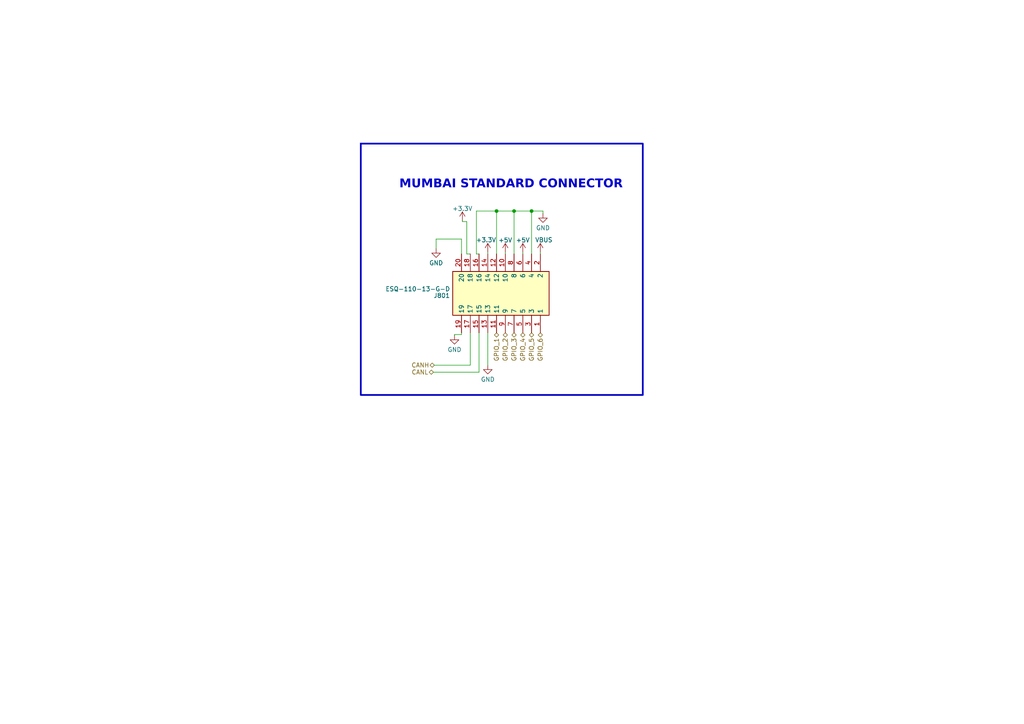
<source format=kicad_sch>
(kicad_sch (version 20230121) (generator eeschema)
  (paper "A4")
  (lib_symbols
    (symbol "SamacSys_Parts:ESQ-110-13-G-D"
      (property "Reference" "J" (at 19.05 7.62 0))
      (property "Value" "ESQ-110-13-G-D" (at 19.05 5.08 0))
      (symbol "ESQ-110-13-G-D_1_1"
        (rectangle (start 5.08 2.54) (end 17.78 -25.4) (stroke (width 0.254)) (fill (type background)))
        (pin passive line (at 0 -22.86 0) (length 5.08) (name "1") (number "1"))
        (pin passive line (at 22.86 -12.7 180) (length 5.08) (name "10") (number "10"))
        (pin passive line (at 0 -10.16 0) (length 5.08) (name "11") (number "11"))
        (pin passive line (at 22.86 -10.16 180) (length 5.08) (name "12") (number "12"))
        (pin passive line (at 0 -7.62 0) (length 5.08) (name "13") (number "13"))
        (pin passive line (at 22.86 -7.62 180) (length 5.08) (name "14") (number "14"))
        (pin passive line (at 0 -5.08 0) (length 5.08) (name "15") (number "15"))
        (pin passive line (at 22.86 -5.08 180) (length 5.08) (name "16") (number "16"))
        (pin passive line (at 0 -2.54 0) (length 5.08) (name "17") (number "17"))
        (pin passive line (at 22.86 -2.54 180) (length 5.08) (name "18") (number "18"))
        (pin passive line (at 0 0 0) (length 5.08) (name "19") (number "19"))
        (pin passive line (at 22.86 -22.86 180) (length 5.08) (name "2") (number "2"))
        (pin passive line (at 22.86 0 180) (length 5.08) (name "20") (number "20"))
        (pin passive line (at 0 -20.32 0) (length 5.08) (name "3") (number "3"))
        (pin passive line (at 22.86 -20.32 180) (length 5.08) (name "4") (number "4"))
        (pin passive line (at 0 -17.78 0) (length 5.08) (name "5") (number "5"))
        (pin passive line (at 22.86 -17.78 180) (length 5.08) (name "6") (number "6"))
        (pin passive line (at 0 -15.24 0) (length 5.08) (name "7") (number "7"))
        (pin passive line (at 22.86 -15.24 180) (length 5.08) (name "8") (number "8"))
        (pin passive line (at 0 -12.7 0) (length 5.08) (name "9") (number "9"))
      )
    )
    (symbol "power:+3.3V" (power) (pin_names (offset 0))
      (property "Value" "+3.3V" (at 0 3.556 0))
      (symbol "+3.3V_0_1"
        (polyline (pts (xy -0.762 1.27) (xy 0 2.54)))
        (polyline (pts (xy 0 0) (xy 0 2.54)))
        (polyline (pts (xy 0 2.54) (xy 0.762 1.27)))
      )
      (symbol "+3.3V_1_1"
        (pin power_in line (at 0 0 90) (length 0) hide (name "+3.3V") (number "1"))
      )
    )
    (symbol "power:+5V" (power) (pin_names (offset 0))
      (property "Value" "+5V" (at 0 3.556 0))
      (symbol "+5V_0_1"
        (polyline (pts (xy -0.762 1.27) (xy 0 2.54)))
        (polyline (pts (xy 0 0) (xy 0 2.54)))
        (polyline (pts (xy 0 2.54) (xy 0.762 1.27)))
      )
      (symbol "+5V_1_1"
        (pin power_in line (at 0 0 90) (length 0) hide (name "+5V") (number "1"))
      )
    )
    (symbol "power:GND" (power) (pin_names (offset 0))
      (property "Value" "GND" (at 0 -3.81 0))
      (symbol "GND_0_1"
        (polyline (pts (xy 0 0) (xy 0 -1.27) (xy 1.27 -1.27) (xy 0 -2.54) (xy -1.27 -1.27) (xy 0 -1.27)))
      )
      (symbol "GND_1_1"
        (pin power_in line (at 0 0 270) (length 0) hide (name "GND") (number "1"))
      )
    )
    (symbol "power:VBUS" (power) (pin_names (offset 0))
      (property "Value" "VBUS" (at 0 3.81 0))
      (symbol "VBUS_0_1"
        (polyline (pts (xy -0.762 1.27) (xy 0 2.54)))
        (polyline (pts (xy 0 0) (xy 0 2.54)))
        (polyline (pts (xy 0 2.54) (xy 0.762 1.27)))
      )
      (symbol "VBUS_1_1"
        (pin power_in line (at 0 0 90) (length 0) hide (name "VBUS") (number "1"))
      )
    )
  )
  (junction (at 144.018 61.214))
  (junction (at 154.178 61.214))
  (junction (at 149.098 61.214))
  (wire (pts (xy 154.178 61.214) (xy 157.48 61.214)))
  (wire (pts (xy 154.178 61.214) (xy 154.178 73.66)))
  (wire (pts (xy 144.018 61.214) (xy 144.018 73.66)))
  (wire (pts (xy 136.398 105.918) (xy 136.398 96.52)))
  (wire (pts (xy 141.478 105.918) (xy 141.478 96.52)))
  (wire (pts (xy 149.098 61.214) (xy 154.178 61.214)))
  (wire (pts (xy 144.018 61.214) (xy 149.098 61.214)))
  (wire (pts (xy 133.858 73.66) (xy 133.858 69.342)))
  (wire (pts (xy 141.478 73.152) (xy 141.478 73.66)))
  (wire (pts (xy 138.176 73.66) (xy 138.938 73.66)))
  (wire (pts (xy 125.73 107.95) (xy 138.938 107.95)))
  (wire (pts (xy 135.382 73.66) (xy 136.398 73.66)))
  (wire (pts (xy 131.826 97.028) (xy 131.826 97.282)))
  (wire (pts (xy 134.112 64.008) (xy 134.112 64.262)))
  (wire (pts (xy 135.382 64.262) (xy 135.382 73.66)))
  (wire (pts (xy 133.858 69.342) (xy 126.492 69.342)))
  (wire (pts (xy 156.718 73.152) (xy 156.718 73.66)))
  (wire (pts (xy 126.492 69.342) (xy 126.492 72.136)))
  (wire (pts (xy 157.48 61.214) (xy 157.48 61.976)))
  (wire (pts (xy 151.638 73.152) (xy 151.638 73.66)))
  (wire (pts (xy 138.938 107.95) (xy 138.938 96.52)))
  (wire (pts (xy 134.112 64.262) (xy 135.382 64.262)))
  (wire (pts (xy 138.176 73.66) (xy 138.176 61.214)))
  (wire (pts (xy 131.826 97.028) (xy 133.858 97.028)))
  (wire (pts (xy 138.176 61.214) (xy 144.018 61.214)))
  (wire (pts (xy 133.858 97.028) (xy 133.858 96.52)))
  (wire (pts (xy 146.558 73.152) (xy 146.558 73.66)))
  (wire (pts (xy 125.984 105.918) (xy 136.398 105.918)))
  (wire (pts (xy 149.098 61.214) (xy 149.098 73.66)))
  (rectangle (start 104.648 41.656) (end 186.436 114.554) (stroke (width 0.5)))
  (text "MUMBAI STANDARD CONNECTOR" (at 115.824 55.626 0) (effects (font (size 2.5 2.5) (thickness 0.5) bold) (justify left bottom)))
  (hierarchical_label "GPIO_4" (shape bidirectional) (at 151.638 96.52 270))
  (hierarchical_label "CANH" (shape bidirectional) (at 125.984 105.918 180))
  (hierarchical_label "GPIO_1" (shape bidirectional) (at 144.018 96.52 270))
  (hierarchical_label "GPIO_5" (shape bidirectional) (at 154.178 96.52 270))
  (hierarchical_label "CANL" (shape bidirectional) (at 125.73 107.95 180))
  (hierarchical_label "GPIO_2" (shape bidirectional) (at 146.558 96.52 270))
  (hierarchical_label "GPIO_6" (shape bidirectional) (at 156.718 96.52 270))
  (hierarchical_label "GPIO_3" (shape bidirectional) (at 149.098 96.52 270))
  (symbol (lib_id "power:+5V") (at 151.638 73.152 0) (unit 1)
    (property "Reference" "#PWR0806" (effects hide))
    (property "Value" "+5V" (at 151.638 69.6501 0))
    (instances (project "RF" (path "" (reference "#PWR0806") (unit 1))) (project "avionics_flight_computer" (path "" (reference "#PWR033") (unit 1))))
  )
  (symbol (lib_id "power:GND") (at 141.478 105.918 0) (unit 1)
    (property "Reference" "#PWR0809" (effects hide))
    (property "Value" "GND" (at 141.478 110.0535 0))
    (instances (project "RF" (path "" (reference "#PWR0809") (unit 1))) (project "avionics_flight_computer" (path "" (reference "#PWR031") (unit 1))))
  )
  (symbol (lib_id "SamacSys_Parts:ESQ-110-13-G-D") (at 133.858 96.52 90) (unit 1)
    (property "Reference" "J801" (at 130.556 85.7337 90) (effects (justify left)))
    (property "Value" "ESQ-110-13-G-D" (at 130.556 83.8127 90) (effects (justify left)))
    (property "Footprint" "SamacSys_Parts:ESQ-110-Y-X-D" (effects hide))
    (property "Datasheet" "http://suddendocs.samtec.com/prints/esq-1xx-xx-x-x-xxx-xx-x-xx-mkt.pdf" (effects hide))
    (property "Manufacturer_Name" "SAMTEC" (effects hide))
    (property "Manufacturer_Part_Number" "ESQ-110-13-G-D" (effects hide))
    (property "Mouser Part Number" "200-ESQ11013GD" (effects hide))
    (property "Mouser Price/Stock" "https://www.mouser.com/Search/Refine.aspx?Keyword=200-ESQ11013GD" (effects hide))
    (instances (project "RF" (path "" (reference "J801") (unit 1))) (project "avionics_flight_computer" (path "" (reference "J4") (unit 1))))
  )
  (symbol (lib_id "power:+3.3V") (at 134.112 64.008 0) (unit 1)
    (property "Reference" "#PWR0802" (effects hide))
    (property "Value" "+3.3V" (at 134.112 60.5061 0))
    (instances (project "RF" (path "" (reference "#PWR0802") (unit 1))) (project "avionics_flight_computer" (path "" (reference "#PWR029") (unit 1))))
  )
  (symbol (lib_id "power:GND") (at 126.492 72.136 0) (unit 1)
    (property "Reference" "#PWR0801" (effects hide))
    (property "Value" "GND" (at 126.492 76.2715 0))
    (instances (project "RF" (path "" (reference "#PWR0801") (unit 1))) (project "avionics_flight_computer" (path "" (reference "#PWR027") (unit 1))))
  )
  (symbol (lib_id "power:VBUS") (at 156.718 73.152 0) (unit 1)
    (property "Reference" "#PWR0807" (effects hide))
    (property "Value" "VBUS" (at 157.734 69.596 0))
    (instances (project "RF" (path "" (reference "#PWR0807") (unit 1))) (project "avionics_flight_computer" (path "" (reference "#PWR034") (unit 1))))
  )
  (symbol (lib_id "power:GND") (at 131.826 97.282 0) (unit 1)
    (property "Reference" "#PWR0808" (effects hide))
    (property "Value" "GND" (at 131.826 101.4175 0))
    (instances (project "RF" (path "" (reference "#PWR0808") (unit 1))) (project "avionics_flight_computer" (path "" (reference "#PWR028") (unit 1))))
  )
  (symbol (lib_id "power:GND") (at 157.48 61.976 0) (unit 1)
    (property "Reference" "#PWR0803" (effects hide))
    (property "Value" "GND" (at 157.48 66.1115 0))
    (instances (project "RF" (path "" (reference "#PWR0803") (unit 1))) (project "avionics_flight_computer" (path "" (reference "#PWR035") (unit 1))))
  )
  (symbol (lib_id "power:+5V") (at 146.558 73.152 0) (unit 1)
    (property "Reference" "#PWR0805" (effects hide))
    (property "Value" "+5V" (at 146.558 69.6501 0))
    (instances (project "RF" (path "" (reference "#PWR0805") (unit 1))) (project "avionics_flight_computer" (path "" (reference "#PWR032") (unit 1))))
  )
  (symbol (lib_id "power:+3.3V") (at 141.478 73.152 0) (unit 1)
    (property "Reference" "#PWR0804" (effects hide))
    (property "Value" "+3.3V" (at 140.97 69.596 0))
    (instances (project "RF" (path "" (reference "#PWR0804") (unit 1))) (project "avionics_flight_computer" (path "" (reference "#PWR030") (unit 1))))
  )
)
</source>
